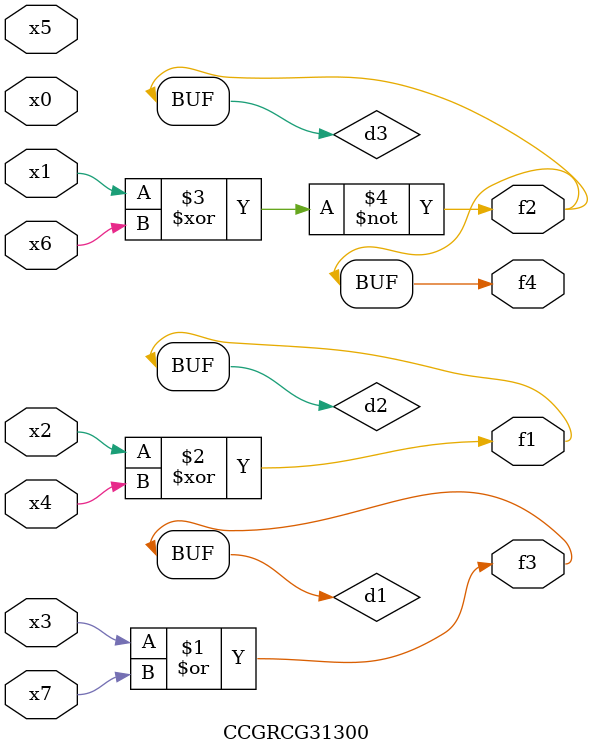
<source format=v>
module CCGRCG31300(
	input x0, x1, x2, x3, x4, x5, x6, x7,
	output f1, f2, f3, f4
);

	wire d1, d2, d3;

	or (d1, x3, x7);
	xor (d2, x2, x4);
	xnor (d3, x1, x6);
	assign f1 = d2;
	assign f2 = d3;
	assign f3 = d1;
	assign f4 = d3;
endmodule

</source>
